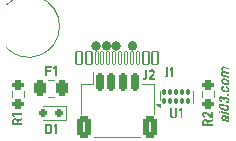
<source format=gto>
%TF.GenerationSoftware,KiCad,Pcbnew,9.0.6*%
%TF.CreationDate,2025-12-29T07:21:27+09:00*%
%TF.ProjectId,muon,6d756f6e-2e6b-4696-9361-645f70636258,rev?*%
%TF.SameCoordinates,Original*%
%TF.FileFunction,Legend,Top*%
%TF.FilePolarity,Positive*%
%FSLAX46Y46*%
G04 Gerber Fmt 4.6, Leading zero omitted, Abs format (unit mm)*
G04 Created by KiCad (PCBNEW 9.0.6) date 2025-12-29 07:21:27*
%MOMM*%
%LPD*%
G01*
G04 APERTURE LIST*
G04 Aperture macros list*
%AMRoundRect*
0 Rectangle with rounded corners*
0 $1 Rounding radius*
0 $2 $3 $4 $5 $6 $7 $8 $9 X,Y pos of 4 corners*
0 Add a 4 corners polygon primitive as box body*
4,1,4,$2,$3,$4,$5,$6,$7,$8,$9,$2,$3,0*
0 Add four circle primitives for the rounded corners*
1,1,$1+$1,$2,$3*
1,1,$1+$1,$4,$5*
1,1,$1+$1,$6,$7*
1,1,$1+$1,$8,$9*
0 Add four rect primitives between the rounded corners*
20,1,$1+$1,$2,$3,$4,$5,0*
20,1,$1+$1,$4,$5,$6,$7,0*
20,1,$1+$1,$6,$7,$8,$9,0*
20,1,$1+$1,$8,$9,$2,$3,0*%
G04 Aperture macros list end*
%ADD10C,0.400000*%
%ADD11C,0.100000*%
%ADD12C,0.200000*%
%ADD13C,0.180000*%
%ADD14C,0.120000*%
%ADD15C,2.625000*%
%ADD16RoundRect,0.150000X-0.150000X-0.200000X0.150000X-0.200000X0.150000X0.200000X-0.150000X0.200000X0*%
%ADD17RoundRect,0.200000X-0.275000X0.200000X-0.275000X-0.200000X0.275000X-0.200000X0.275000X0.200000X0*%
%ADD18C,2.700000*%
%ADD19RoundRect,0.243750X0.243750X0.456250X-0.243750X0.456250X-0.243750X-0.456250X0.243750X-0.456250X0*%
%ADD20RoundRect,0.075000X-0.075000X-0.200000X0.075000X-0.200000X0.075000X0.200000X-0.075000X0.200000X0*%
%ADD21C,0.600000*%
%ADD22RoundRect,0.050000X0.250000X0.525000X-0.250000X0.525000X-0.250000X-0.525000X0.250000X-0.525000X0*%
%ADD23RoundRect,0.050000X0.100000X0.525000X-0.100000X0.525000X-0.100000X-0.525000X0.100000X-0.525000X0*%
%ADD24O,1.000000X2.100000*%
%ADD25O,1.000000X1.800000*%
%ADD26RoundRect,0.150000X-0.150000X-0.575000X0.150000X-0.575000X0.150000X0.575000X-0.150000X0.575000X0*%
%ADD27RoundRect,0.250000X-0.350000X-0.650000X0.350000X-0.650000X0.350000X0.650000X-0.350000X0.650000X0*%
G04 APERTURE END LIST*
D10*
X72400000Y-54900000D02*
G75*
G02*
X72000000Y-54900000I-200000J0D01*
G01*
X72000000Y-54900000D02*
G75*
G02*
X72400000Y-54900000I200000J0D01*
G01*
D11*
X64600000Y-51450000D02*
G75*
G02*
X64600001Y-55050001I1900000J-1800000D01*
G01*
D10*
X73300000Y-54900000D02*
G75*
G02*
X72900000Y-54900000I-200000J0D01*
G01*
X72900000Y-54900000D02*
G75*
G02*
X73300000Y-54900000I200000J0D01*
G01*
X75500000Y-54900000D02*
G75*
G02*
X75100000Y-54900000I-200000J0D01*
G01*
X75100000Y-54900000D02*
G75*
G02*
X75500000Y-54900000I200000J0D01*
G01*
X74100000Y-54900000D02*
G75*
G02*
X73700000Y-54900000I-200000J0D01*
G01*
X73700000Y-54900000D02*
G75*
G02*
X74100000Y-54900000I200000J0D01*
G01*
D12*
G36*
X83007299Y-60780758D02*
G01*
X83042875Y-60786379D01*
X83473500Y-60875900D01*
X83473500Y-61023948D01*
X83416951Y-61012188D01*
X83441511Y-61043993D01*
X83466136Y-61088575D01*
X83473902Y-61113061D01*
X83479162Y-61143198D01*
X83480918Y-61177107D01*
X83480711Y-61189051D01*
X83472765Y-61245026D01*
X83454721Y-61287160D01*
X83441983Y-61304209D01*
X83426788Y-61318670D01*
X83409402Y-61330334D01*
X83389982Y-61339051D01*
X83366690Y-61345173D01*
X83341077Y-61347852D01*
X83310230Y-61346826D01*
X83276652Y-61341641D01*
X83225249Y-61325356D01*
X83200590Y-61312512D01*
X83178041Y-61296813D01*
X83156770Y-61277456D01*
X83137617Y-61254978D01*
X83114069Y-61216188D01*
X83102590Y-61187698D01*
X83094341Y-61157068D01*
X83088944Y-61121361D01*
X83087168Y-61083189D01*
X83087168Y-61080167D01*
X83194220Y-61080167D01*
X83198097Y-61119013D01*
X83211969Y-61153633D01*
X83222639Y-61167052D01*
X83235837Y-61177952D01*
X83252916Y-61186866D01*
X83272970Y-61192824D01*
X83307560Y-61194577D01*
X83331698Y-61184542D01*
X83341288Y-61174401D01*
X83348427Y-61160943D01*
X83353651Y-61140856D01*
X83355402Y-61116162D01*
X83354993Y-61102467D01*
X83346151Y-61057119D01*
X83327100Y-61023564D01*
X83312490Y-61009515D01*
X83294492Y-60997785D01*
X83269737Y-60987044D01*
X83240986Y-60979215D01*
X83194220Y-60969488D01*
X83194220Y-61080167D01*
X83087168Y-61080167D01*
X83087168Y-60947232D01*
X83035456Y-60936515D01*
X83017635Y-60933610D01*
X82980581Y-60934817D01*
X82955128Y-60946990D01*
X82945239Y-60957915D01*
X82937933Y-60971927D01*
X82932639Y-60992334D01*
X82930877Y-61017024D01*
X82935940Y-61055328D01*
X82953024Y-61090224D01*
X82976382Y-61113184D01*
X82992465Y-61121916D01*
X83010891Y-61127538D01*
X83014573Y-61128307D01*
X83014573Y-61270365D01*
X83009627Y-61269321D01*
X83007235Y-61268812D01*
X82952038Y-61250021D01*
X82927431Y-61236176D01*
X82904873Y-61219413D01*
X82883580Y-61198932D01*
X82864437Y-61175348D01*
X82837068Y-61127381D01*
X82825594Y-61096806D01*
X82817284Y-61064198D01*
X82812058Y-61028437D01*
X82810307Y-60990756D01*
X82811278Y-60960471D01*
X82821364Y-60898106D01*
X82840841Y-60851404D01*
X82869383Y-60816494D01*
X82881232Y-60807037D01*
X82900457Y-60795632D01*
X82921883Y-60787190D01*
X82947014Y-60781518D01*
X82974617Y-60779271D01*
X83007299Y-60780758D01*
G37*
G36*
X82818935Y-60588378D02*
G01*
X83473500Y-60724445D01*
X83473500Y-60572826D01*
X82818935Y-60436758D01*
X82818935Y-60588378D01*
G37*
G36*
X82603568Y-60546008D02*
G01*
X82729084Y-60572111D01*
X82729084Y-60416864D01*
X82603568Y-60390761D01*
X82603568Y-60546008D01*
G37*
G36*
X82834593Y-59793903D02*
G01*
X82880429Y-59801647D01*
X83188065Y-59865614D01*
X83213993Y-59871514D01*
X83295800Y-59898337D01*
X83360907Y-59932866D01*
X83412005Y-59974699D01*
X83429593Y-59994637D01*
X83446473Y-60018893D01*
X83460399Y-60045188D01*
X83471782Y-60074744D01*
X83480004Y-60106513D01*
X83485310Y-60142826D01*
X83487073Y-60181658D01*
X83482833Y-60239030D01*
X83468395Y-60290780D01*
X83444997Y-60329334D01*
X83429703Y-60344691D01*
X83412005Y-60357403D01*
X83399651Y-60364169D01*
X83375251Y-60374027D01*
X83347979Y-60380897D01*
X83315275Y-60384907D01*
X83279123Y-60385325D01*
X83235711Y-60381621D01*
X83188065Y-60373505D01*
X82880429Y-60309538D01*
X82849472Y-60302295D01*
X82772971Y-60275768D01*
X82711851Y-60241372D01*
X82663853Y-60199464D01*
X82648481Y-60181242D01*
X82631152Y-60155950D01*
X82616861Y-60128869D01*
X82605376Y-60099258D01*
X82597081Y-60067727D01*
X82591807Y-60032545D01*
X82591469Y-60025367D01*
X82735239Y-60025367D01*
X82736903Y-60046314D01*
X82749108Y-60079990D01*
X82759820Y-60093951D01*
X82773377Y-60105546D01*
X82814810Y-60126666D01*
X82854525Y-60139914D01*
X82903840Y-60151928D01*
X83173282Y-60207927D01*
X83197135Y-60212578D01*
X83266583Y-60220374D01*
X83304954Y-60216060D01*
X83320059Y-60208991D01*
X83329991Y-60200102D01*
X83337354Y-60188510D01*
X83342554Y-60172012D01*
X83344301Y-60151983D01*
X83342723Y-60131633D01*
X83330531Y-60097702D01*
X83319342Y-60082972D01*
X83304954Y-60070375D01*
X83269141Y-60051210D01*
X83226852Y-60036768D01*
X83173282Y-60023774D01*
X82903840Y-59967775D01*
X82877065Y-59962604D01*
X82809561Y-59955369D01*
X82773377Y-59959862D01*
X82759095Y-59966944D01*
X82749364Y-59976001D01*
X82742098Y-59987872D01*
X82736976Y-60004733D01*
X82735239Y-60025367D01*
X82591469Y-60025367D01*
X82590049Y-59995197D01*
X82593964Y-59939802D01*
X82608152Y-59887059D01*
X82631314Y-59847751D01*
X82646410Y-59832125D01*
X82663853Y-59819178D01*
X82675580Y-59812541D01*
X82699435Y-59802487D01*
X82726048Y-59795410D01*
X82757764Y-59791184D01*
X82792765Y-59790517D01*
X82834593Y-59793903D01*
G37*
G36*
X83429206Y-59718885D02*
G01*
X83457465Y-59683348D01*
X83476557Y-59636299D01*
X83486241Y-59573771D01*
X83487073Y-59545613D01*
X83485296Y-59510650D01*
X83479892Y-59476459D01*
X83471236Y-59444655D01*
X83459069Y-59413847D01*
X83456299Y-59408007D01*
X83439885Y-59378480D01*
X83420711Y-59351492D01*
X83374962Y-59305546D01*
X83368921Y-59300736D01*
X83341978Y-59282080D01*
X83313046Y-59266368D01*
X83248916Y-59243660D01*
X83234831Y-59240450D01*
X83211421Y-59235614D01*
X83176299Y-59230070D01*
X83144133Y-59228722D01*
X83117094Y-59231115D01*
X83092172Y-59236924D01*
X83087168Y-59238582D01*
X83066011Y-59247889D01*
X83047354Y-59260166D01*
X83032197Y-59274459D01*
X83019365Y-59291523D01*
X83010891Y-59307055D01*
X82980222Y-59258499D01*
X82939505Y-59218743D01*
X82913695Y-59200902D01*
X82885957Y-59186425D01*
X82838609Y-59171262D01*
X82820144Y-59167416D01*
X82787266Y-59162368D01*
X82756671Y-59161294D01*
X82729835Y-59163840D01*
X82704986Y-59169761D01*
X82682737Y-59178660D01*
X82662317Y-59190585D01*
X82652807Y-59197641D01*
X82636384Y-59213033D01*
X82622446Y-59230921D01*
X82601858Y-59274639D01*
X82591179Y-59331373D01*
X82590049Y-59360306D01*
X82591801Y-59397417D01*
X82597036Y-59432585D01*
X82605360Y-59464663D01*
X82616866Y-59494856D01*
X82631204Y-59522596D01*
X82648539Y-59548456D01*
X82651598Y-59552428D01*
X82671518Y-59575038D01*
X82693835Y-59595068D01*
X82745698Y-59627472D01*
X82808184Y-59649752D01*
X82822617Y-59653050D01*
X82843500Y-59657391D01*
X82843500Y-59509343D01*
X82822617Y-59505002D01*
X82801086Y-59498755D01*
X82781925Y-59489541D01*
X82754913Y-59466809D01*
X82743892Y-59450972D01*
X82736052Y-59433191D01*
X82730348Y-59395532D01*
X82732130Y-59375207D01*
X82737571Y-59357881D01*
X82745208Y-59345697D01*
X82755697Y-59336093D01*
X82757386Y-59334972D01*
X82771526Y-59328041D01*
X82787826Y-59324078D01*
X82828277Y-59325690D01*
X82832454Y-59326509D01*
X82850918Y-59330356D01*
X82874361Y-59336967D01*
X82895068Y-59346381D01*
X82912848Y-59358238D01*
X82927919Y-59372403D01*
X82928404Y-59372946D01*
X82939734Y-59388249D01*
X82947945Y-59405260D01*
X82955398Y-59444963D01*
X82955497Y-59450707D01*
X82955497Y-59492857D01*
X83095796Y-59522038D01*
X83095796Y-59478734D01*
X83097555Y-59454334D01*
X83102830Y-59433887D01*
X83110304Y-59419133D01*
X83120452Y-59407112D01*
X83125307Y-59403006D01*
X83152870Y-59390557D01*
X83191951Y-59389021D01*
X83212685Y-59392290D01*
X83234831Y-59396906D01*
X83260954Y-59404138D01*
X83284189Y-59414483D01*
X83302051Y-59426230D01*
X83317263Y-59440485D01*
X83330470Y-59458037D01*
X83340163Y-59477156D01*
X83345818Y-59496336D01*
X83348016Y-59516796D01*
X83348038Y-59519125D01*
X83346254Y-59544176D01*
X83340799Y-59564636D01*
X83324627Y-59587654D01*
X83312724Y-59595381D01*
X83298732Y-59600069D01*
X83263615Y-59600099D01*
X83255714Y-59598645D01*
X83236040Y-59594578D01*
X83236040Y-59744989D01*
X83263133Y-59750594D01*
X83297367Y-59755914D01*
X83328959Y-59757059D01*
X83355283Y-59754466D01*
X83379436Y-59748397D01*
X83400079Y-59739544D01*
X83418814Y-59727603D01*
X83429206Y-59718885D01*
G37*
G36*
X83295117Y-59130816D02*
G01*
X83473500Y-59167910D01*
X83473500Y-58997056D01*
X83295117Y-58959962D01*
X83295117Y-59130816D01*
G37*
G36*
X83414478Y-58807518D02*
G01*
X83431808Y-58790429D01*
X83446524Y-58770909D01*
X83468071Y-58724559D01*
X83479453Y-58665543D01*
X83480918Y-58631113D01*
X83479160Y-58592396D01*
X83473886Y-58555946D01*
X83465603Y-58523328D01*
X83454137Y-58492705D01*
X83439905Y-58464758D01*
X83422653Y-58438653D01*
X83418160Y-58432782D01*
X83397126Y-58408855D01*
X83373936Y-58387941D01*
X83322289Y-58355678D01*
X83260685Y-58334063D01*
X83248350Y-58331281D01*
X83239722Y-58329522D01*
X83239722Y-58475097D01*
X83247141Y-58476636D01*
X83268570Y-58482860D01*
X83287146Y-58491972D01*
X83316324Y-58517730D01*
X83317263Y-58518896D01*
X83328219Y-58535516D01*
X83336174Y-58554022D01*
X83343069Y-58597176D01*
X83343092Y-58600064D01*
X83341348Y-58622685D01*
X83336171Y-58642192D01*
X83328566Y-58657154D01*
X83318264Y-58669440D01*
X83311109Y-58675297D01*
X83283451Y-58686314D01*
X83239843Y-58687488D01*
X83205266Y-58682111D01*
X83087168Y-58657546D01*
X83054710Y-58649014D01*
X83026544Y-58637797D01*
X83004741Y-58625322D01*
X82986514Y-58610673D01*
X82972763Y-58595072D01*
X82962156Y-58577610D01*
X82950554Y-58537984D01*
X82949342Y-58518182D01*
X82951066Y-58496049D01*
X82956095Y-58477189D01*
X82963578Y-58462508D01*
X82973581Y-58450593D01*
X82976435Y-58448059D01*
X83002943Y-58434888D01*
X83038385Y-58433615D01*
X83049030Y-58435420D01*
X83056394Y-58436959D01*
X83056394Y-58291384D01*
X83044084Y-58288801D01*
X83009074Y-58283341D01*
X82976588Y-58282031D01*
X82949323Y-58284480D01*
X82924247Y-58290429D01*
X82902900Y-58299153D01*
X82883536Y-58310976D01*
X82873065Y-58319411D01*
X82856528Y-58336482D01*
X82842403Y-58356212D01*
X82821670Y-58403758D01*
X82811221Y-58464593D01*
X82810307Y-58491693D01*
X82812056Y-58529027D01*
X82817264Y-58564427D01*
X82825608Y-58597086D01*
X82837125Y-58627991D01*
X82869313Y-58684487D01*
X82877956Y-58695960D01*
X82920006Y-58737947D01*
X82974356Y-58772078D01*
X83043630Y-58798590D01*
X83084695Y-58808727D01*
X83206530Y-58834061D01*
X83250034Y-58841314D01*
X83289818Y-58844172D01*
X83322283Y-58842962D01*
X83351656Y-58838152D01*
X83375627Y-58830634D01*
X83396969Y-58820094D01*
X83414478Y-58807518D01*
G37*
G36*
X83041261Y-57648265D02*
G01*
X83084695Y-57655504D01*
X83206530Y-57680838D01*
X83246188Y-57690567D01*
X83316858Y-57717253D01*
X83372233Y-57751409D01*
X83414478Y-57792670D01*
X83421962Y-57802368D01*
X83439468Y-57829070D01*
X83453898Y-57857565D01*
X83465512Y-57888628D01*
X83473884Y-57921473D01*
X83479160Y-57957528D01*
X83480918Y-57995398D01*
X83479453Y-58029828D01*
X83468071Y-58088844D01*
X83446524Y-58135194D01*
X83431808Y-58154714D01*
X83414478Y-58171802D01*
X83396969Y-58184379D01*
X83375627Y-58194918D01*
X83351656Y-58202437D01*
X83322283Y-58207246D01*
X83289818Y-58208456D01*
X83250034Y-58205598D01*
X83206530Y-58198346D01*
X83084695Y-58173011D01*
X83043630Y-58162874D01*
X82974356Y-58136363D01*
X82920006Y-58102232D01*
X82877956Y-58060244D01*
X82869313Y-58048771D01*
X82837125Y-57992276D01*
X82825608Y-57961371D01*
X82817264Y-57928711D01*
X82812056Y-57893312D01*
X82811661Y-57884884D01*
X82949342Y-57884884D01*
X82950359Y-57902778D01*
X82961527Y-57941995D01*
X82971961Y-57959315D01*
X82985566Y-57974788D01*
X83003781Y-57989408D01*
X83025643Y-58001872D01*
X83054184Y-58013187D01*
X83087168Y-58021831D01*
X83205266Y-58046396D01*
X83250907Y-58052255D01*
X83291044Y-58047994D01*
X83318334Y-58033724D01*
X83328558Y-58022407D01*
X83336086Y-58008407D01*
X83341337Y-57989312D01*
X83343092Y-57966767D01*
X83342257Y-57950796D01*
X83331527Y-57911995D01*
X83321266Y-57894812D01*
X83307803Y-57879454D01*
X83289600Y-57864852D01*
X83267676Y-57852384D01*
X83238768Y-57840957D01*
X83205266Y-57832183D01*
X83087168Y-57807618D01*
X83042157Y-57801698D01*
X83001502Y-57805572D01*
X82974088Y-57819395D01*
X82963872Y-57830403D01*
X82956349Y-57844064D01*
X82951097Y-57862758D01*
X82949342Y-57884884D01*
X82811661Y-57884884D01*
X82810307Y-57855978D01*
X82811959Y-57820764D01*
X82823906Y-57762497D01*
X82846028Y-57716577D01*
X82860768Y-57697573D01*
X82877956Y-57681112D01*
X82894656Y-57669367D01*
X82916041Y-57658883D01*
X82940060Y-57651388D01*
X82969303Y-57646619D01*
X83001687Y-57645420D01*
X83041261Y-57648265D01*
G37*
G36*
X82818935Y-57465086D02*
G01*
X83473500Y-57601153D01*
X83473500Y-57448270D01*
X83065022Y-57363365D01*
X83038969Y-57356140D01*
X83016144Y-57345990D01*
X82997927Y-57334009D01*
X82982465Y-57319523D01*
X82980117Y-57316818D01*
X82966486Y-57297886D01*
X82956644Y-57277616D01*
X82951228Y-57258064D01*
X82949343Y-57237332D01*
X82949342Y-57237024D01*
X82951101Y-57216422D01*
X82956376Y-57198718D01*
X82964097Y-57185302D01*
X82974645Y-57174201D01*
X82978853Y-57170968D01*
X83008277Y-57158868D01*
X83048983Y-57158446D01*
X83065022Y-57161187D01*
X83473500Y-57246091D01*
X83473500Y-57093263D01*
X83061340Y-57007588D01*
X83037687Y-57000887D01*
X83016322Y-56991195D01*
X82980899Y-56963797D01*
X82980117Y-56962965D01*
X82967595Y-56947006D01*
X82958396Y-56929610D01*
X82949608Y-56890741D01*
X82949342Y-56881962D01*
X82951101Y-56861353D01*
X82956376Y-56843643D01*
X82964089Y-56830246D01*
X82974625Y-56819189D01*
X82978853Y-56815962D01*
X83008277Y-56803861D01*
X83048983Y-56803439D01*
X83065022Y-56806180D01*
X83473500Y-56891085D01*
X83473500Y-56738201D01*
X83046557Y-56649449D01*
X83009519Y-56643535D01*
X82975280Y-56641800D01*
X82946497Y-56643873D01*
X82920108Y-56649446D01*
X82897684Y-56657803D01*
X82877390Y-56669217D01*
X82874274Y-56671376D01*
X82856623Y-56686151D01*
X82841736Y-56703398D01*
X82821016Y-56743966D01*
X82811054Y-56795808D01*
X82810307Y-56816951D01*
X82812058Y-56847365D01*
X82817282Y-56877262D01*
X82838166Y-56935700D01*
X82873643Y-56992778D01*
X82892739Y-57015832D01*
X82872273Y-57027630D01*
X82854657Y-57041950D01*
X82840429Y-57058086D01*
X82828905Y-57076507D01*
X82814038Y-57120429D01*
X82810307Y-57162341D01*
X82817341Y-57215955D01*
X82828772Y-57249279D01*
X82843586Y-57279579D01*
X82861614Y-57307758D01*
X82877956Y-57328139D01*
X82818935Y-57315884D01*
X82818935Y-57465086D01*
G37*
D13*
G36*
X68240688Y-61506977D02*
G01*
X68307800Y-61521849D01*
X68364461Y-61547709D01*
X68389550Y-61564848D01*
X68412475Y-61584790D01*
X68441964Y-61620582D01*
X68457386Y-61647314D01*
X68470251Y-61677215D01*
X68481159Y-61712714D01*
X68489112Y-61751901D01*
X68494361Y-61798427D01*
X68496116Y-61849342D01*
X68496116Y-62026516D01*
X68496076Y-62034433D01*
X68489127Y-62123924D01*
X68471822Y-62194421D01*
X68445715Y-62249603D01*
X68411211Y-62292331D01*
X68382427Y-62316198D01*
X68355834Y-62332962D01*
X68326984Y-62346831D01*
X68294505Y-62358225D01*
X68259683Y-62366464D01*
X68220427Y-62371741D01*
X68178698Y-62373500D01*
X67877217Y-62373500D01*
X67877217Y-62229573D01*
X68043344Y-62229573D01*
X68182380Y-62229573D01*
X68227884Y-62224175D01*
X68265401Y-62207818D01*
X68280955Y-62195489D01*
X68294322Y-62180334D01*
X68306225Y-62160994D01*
X68316603Y-62135865D01*
X68324218Y-62106589D01*
X68329493Y-62068581D01*
X68331252Y-62025307D01*
X68331252Y-61857970D01*
X68327642Y-61794811D01*
X68314660Y-61737332D01*
X68294322Y-61697997D01*
X68270046Y-61673331D01*
X68252557Y-61662462D01*
X68232787Y-61654525D01*
X68208944Y-61649300D01*
X68182380Y-61647549D01*
X68043344Y-61647549D01*
X68043344Y-62229573D01*
X67877217Y-62229573D01*
X67877217Y-61503568D01*
X68183589Y-61503568D01*
X68240688Y-61506977D01*
G37*
G36*
X68750611Y-61686951D02*
G01*
X68750611Y-62373500D01*
X68915530Y-62373500D01*
X68915530Y-61503568D01*
X68750611Y-61503568D01*
X68604212Y-61614301D01*
X68604212Y-61792739D01*
X68750611Y-61686951D01*
G37*
G36*
X82073500Y-61259752D02*
G01*
X81720361Y-61424616D01*
X81720361Y-61547660D01*
X82073500Y-61547660D01*
X82073500Y-61713787D01*
X81203568Y-61713787D01*
X81203568Y-61391423D01*
X81347549Y-61391423D01*
X81347549Y-61547660D01*
X81583799Y-61547660D01*
X81583799Y-61391423D01*
X81582821Y-61371422D01*
X81572827Y-61331088D01*
X81553024Y-61301573D01*
X81545841Y-61295091D01*
X81529637Y-61284368D01*
X81510901Y-61276495D01*
X81488323Y-61271332D01*
X81463228Y-61269589D01*
X81449225Y-61270196D01*
X81411065Y-61279962D01*
X81394323Y-61289782D01*
X81379532Y-61302837D01*
X81373123Y-61310217D01*
X81362356Y-61326434D01*
X81354455Y-61344715D01*
X81349291Y-61366645D01*
X81347549Y-61391423D01*
X81203568Y-61391423D01*
X81203568Y-61382796D01*
X81204865Y-61349123D01*
X81216512Y-61282963D01*
X81239429Y-61227160D01*
X81255162Y-61202426D01*
X81273745Y-61179793D01*
X81291701Y-61162357D01*
X81313881Y-61145374D01*
X81337977Y-61131376D01*
X81364963Y-61120007D01*
X81394044Y-61111795D01*
X81427417Y-61106488D01*
X81463228Y-61104725D01*
X81504822Y-61107140D01*
X81561591Y-61120276D01*
X81608418Y-61144073D01*
X81630743Y-61161565D01*
X81650574Y-61181567D01*
X81667983Y-61204171D01*
X81683223Y-61229992D01*
X81695796Y-61258543D01*
X82073500Y-61069005D01*
X82073500Y-61259752D01*
G37*
G36*
X81943092Y-60972010D02*
G01*
X82073500Y-60972010D01*
X82073500Y-60467526D01*
X81928309Y-60467526D01*
X81928309Y-60764061D01*
X81647766Y-60547540D01*
X81613467Y-60522979D01*
X81579452Y-60502834D01*
X81549342Y-60488464D01*
X81520014Y-60478025D01*
X81489171Y-60471057D01*
X81444763Y-60467526D01*
X81423826Y-60467526D01*
X81392964Y-60469303D01*
X81363408Y-60474707D01*
X81336712Y-60483238D01*
X81311196Y-60495194D01*
X81305728Y-60498301D01*
X81283097Y-60513588D01*
X81262885Y-60531437D01*
X81228534Y-60575647D01*
X81222032Y-60586888D01*
X81209416Y-60613617D01*
X81199874Y-60642223D01*
X81190380Y-60704818D01*
X81190049Y-60719768D01*
X81191777Y-60754589D01*
X81196837Y-60787575D01*
X81205055Y-60818480D01*
X81216241Y-60847011D01*
X81220823Y-60856385D01*
X81235988Y-60881919D01*
X81253718Y-60904580D01*
X81273033Y-60923464D01*
X81294826Y-60939760D01*
X81303255Y-60944972D01*
X81353487Y-60966327D01*
X81410867Y-60975416D01*
X81425090Y-60975747D01*
X81454600Y-60975747D01*
X81454600Y-60815774D01*
X81434927Y-60815774D01*
X81410439Y-60814037D01*
X81388971Y-60808919D01*
X81371910Y-60801354D01*
X81357386Y-60791154D01*
X81345800Y-60778776D01*
X81337512Y-60764497D01*
X81330434Y-60730748D01*
X81330348Y-60725923D01*
X81332108Y-60704984D01*
X81337398Y-60686570D01*
X81345301Y-60671988D01*
X81356154Y-60659504D01*
X81356177Y-60659483D01*
X81385488Y-60641846D01*
X81425337Y-60634899D01*
X81428772Y-60634863D01*
X81445972Y-60634863D01*
X81490871Y-60641900D01*
X81540213Y-60664365D01*
X81567807Y-60682893D01*
X81943092Y-60972010D01*
G37*
G36*
X65973500Y-61168747D02*
G01*
X65620361Y-61333611D01*
X65620361Y-61456655D01*
X65973500Y-61456655D01*
X65973500Y-61622782D01*
X65103568Y-61622782D01*
X65103568Y-61300418D01*
X65247549Y-61300418D01*
X65247549Y-61456655D01*
X65483799Y-61456655D01*
X65483799Y-61300418D01*
X65482821Y-61280417D01*
X65472827Y-61240083D01*
X65453024Y-61210568D01*
X65445841Y-61204086D01*
X65429637Y-61193363D01*
X65410901Y-61185490D01*
X65388323Y-61180327D01*
X65363228Y-61178584D01*
X65349225Y-61179191D01*
X65311065Y-61188957D01*
X65294323Y-61198777D01*
X65279532Y-61211832D01*
X65273123Y-61219212D01*
X65262356Y-61235429D01*
X65254455Y-61253710D01*
X65249291Y-61275640D01*
X65247549Y-61300418D01*
X65103568Y-61300418D01*
X65103568Y-61291791D01*
X65104865Y-61258118D01*
X65116512Y-61191958D01*
X65139429Y-61136155D01*
X65155162Y-61111421D01*
X65173745Y-61088788D01*
X65191701Y-61071352D01*
X65213881Y-61054369D01*
X65237977Y-61040371D01*
X65264963Y-61029002D01*
X65294044Y-61020790D01*
X65327417Y-61015483D01*
X65363228Y-61013720D01*
X65404822Y-61016135D01*
X65461591Y-61029271D01*
X65508418Y-61053068D01*
X65530743Y-61070560D01*
X65550574Y-61090562D01*
X65567983Y-61113166D01*
X65583223Y-61138987D01*
X65595796Y-61167538D01*
X65973500Y-60978000D01*
X65973500Y-61168747D01*
G37*
G36*
X65286951Y-60749388D02*
G01*
X65973500Y-60749388D01*
X65973500Y-60584469D01*
X65103568Y-60584469D01*
X65103568Y-60749388D01*
X65214301Y-60895787D01*
X65392739Y-60895787D01*
X65286951Y-60749388D01*
G37*
D12*
G36*
X68089506Y-56747549D02*
G01*
X68475838Y-56747549D01*
X68475838Y-56603568D01*
X67923379Y-56603568D01*
X67923379Y-57473500D01*
X68089506Y-57473500D01*
X68089506Y-57114206D01*
X68420498Y-57114206D01*
X68420498Y-56970280D01*
X68089506Y-56970280D01*
X68089506Y-56747549D01*
G37*
G36*
X68704449Y-56786951D02*
G01*
X68704449Y-57473500D01*
X68869368Y-57473500D01*
X68869368Y-56603568D01*
X68704449Y-56603568D01*
X68558050Y-56714301D01*
X68558050Y-56892739D01*
X68704449Y-56786951D01*
G37*
D13*
G36*
X78621418Y-60993989D02*
G01*
X78653030Y-61008197D01*
X78685881Y-61018972D01*
X78754393Y-61030107D01*
X78780182Y-61030918D01*
X78818137Y-61029160D01*
X78854604Y-61023884D01*
X78888417Y-61015427D01*
X78920695Y-61003673D01*
X78941364Y-60993989D01*
X78969634Y-60977499D01*
X78995149Y-60958438D01*
X79017285Y-60937472D01*
X79036950Y-60913978D01*
X79053306Y-60889410D01*
X79068155Y-60860991D01*
X79079636Y-60831294D01*
X79092425Y-60768705D01*
X79093918Y-60736801D01*
X79093918Y-60153568D01*
X78927845Y-60153568D01*
X78927845Y-60730701D01*
X78926060Y-60761476D01*
X78920605Y-60789294D01*
X78912625Y-60811244D01*
X78901565Y-60830660D01*
X78888442Y-60846326D01*
X78871808Y-60860497D01*
X78853185Y-60871636D01*
X78810441Y-60884730D01*
X78780182Y-60886937D01*
X78753008Y-60885178D01*
X78728406Y-60879899D01*
X78707944Y-60871884D01*
X78689675Y-60860856D01*
X78673130Y-60846326D01*
X78650543Y-60812674D01*
X78637649Y-60767971D01*
X78634991Y-60730701D01*
X78634991Y-60153568D01*
X78468864Y-60153568D01*
X78468864Y-60736801D01*
X78470623Y-60771372D01*
X78475902Y-60804409D01*
X78484367Y-60834992D01*
X78496135Y-60864265D01*
X78509475Y-60889410D01*
X78527226Y-60915835D01*
X78547494Y-60939574D01*
X78594652Y-60978487D01*
X78621418Y-60993989D01*
G37*
G36*
X79358964Y-60336951D02*
G01*
X79358964Y-61023500D01*
X79523883Y-61023500D01*
X79523883Y-60153568D01*
X79358964Y-60153568D01*
X79212565Y-60264301D01*
X79212565Y-60442739D01*
X79358964Y-60336951D01*
G37*
D12*
G36*
X78003832Y-57428309D02*
G01*
X78003832Y-57573500D01*
X78109675Y-57573500D01*
X78143036Y-57571741D01*
X78173578Y-57566463D01*
X78199328Y-57558428D01*
X78222585Y-57547367D01*
X78256074Y-57521842D01*
X78271390Y-57504038D01*
X78284025Y-57483937D01*
X78301365Y-57436317D01*
X78307786Y-57374179D01*
X78307786Y-56703568D01*
X78141658Y-56703568D01*
X78141658Y-57347141D01*
X78139853Y-57375106D01*
X78134247Y-57396130D01*
X78125667Y-57409900D01*
X78115690Y-57418243D01*
X78102955Y-57424091D01*
X78071536Y-57428309D01*
X78003832Y-57428309D01*
G37*
G36*
X78580911Y-56886951D02*
G01*
X78580911Y-57573500D01*
X78745830Y-57573500D01*
X78745830Y-56703568D01*
X78580911Y-56703568D01*
X78434512Y-56814301D01*
X78434512Y-56992739D01*
X78580911Y-56886951D01*
G37*
D13*
G36*
X76212827Y-57628309D02*
G01*
X76212827Y-57773500D01*
X76318670Y-57773500D01*
X76352031Y-57771741D01*
X76382573Y-57766463D01*
X76408323Y-57758428D01*
X76431580Y-57747367D01*
X76465069Y-57721842D01*
X76480385Y-57704038D01*
X76493020Y-57683937D01*
X76510360Y-57636317D01*
X76516781Y-57574179D01*
X76516781Y-56903568D01*
X76350653Y-56903568D01*
X76350653Y-57547141D01*
X76348848Y-57575106D01*
X76343242Y-57596130D01*
X76334662Y-57609900D01*
X76324685Y-57618243D01*
X76311950Y-57624091D01*
X76280531Y-57628309D01*
X76212827Y-57628309D01*
G37*
G36*
X76658289Y-57643092D02*
G01*
X76658289Y-57773500D01*
X77162773Y-57773500D01*
X77162773Y-57628309D01*
X76866238Y-57628309D01*
X77082759Y-57347766D01*
X77107320Y-57313467D01*
X77127465Y-57279452D01*
X77141835Y-57249342D01*
X77152274Y-57220014D01*
X77159243Y-57189171D01*
X77162773Y-57144763D01*
X77162773Y-57123826D01*
X77160996Y-57092964D01*
X77155592Y-57063408D01*
X77147061Y-57036712D01*
X77135105Y-57011196D01*
X77131998Y-57005728D01*
X77116711Y-56983097D01*
X77098862Y-56962885D01*
X77054652Y-56928534D01*
X77043412Y-56922032D01*
X77016682Y-56909416D01*
X76988076Y-56899874D01*
X76925481Y-56890380D01*
X76910531Y-56890049D01*
X76875710Y-56891777D01*
X76842724Y-56896837D01*
X76811819Y-56905055D01*
X76783289Y-56916241D01*
X76773914Y-56920823D01*
X76748380Y-56935988D01*
X76725719Y-56953718D01*
X76706835Y-56973033D01*
X76690539Y-56994826D01*
X76685327Y-57003255D01*
X76663972Y-57053487D01*
X76654883Y-57110867D01*
X76654553Y-57125090D01*
X76654553Y-57154600D01*
X76814526Y-57154600D01*
X76814526Y-57134927D01*
X76816262Y-57110439D01*
X76821381Y-57088971D01*
X76828945Y-57071910D01*
X76839145Y-57057386D01*
X76851523Y-57045800D01*
X76865803Y-57037512D01*
X76899551Y-57030434D01*
X76904376Y-57030348D01*
X76925315Y-57032108D01*
X76943729Y-57037398D01*
X76958311Y-57045301D01*
X76970795Y-57056154D01*
X76970817Y-57056177D01*
X76988454Y-57085488D01*
X76995400Y-57125337D01*
X76995436Y-57128772D01*
X76995436Y-57145972D01*
X76988399Y-57190871D01*
X76965934Y-57240213D01*
X76947406Y-57267807D01*
X76658289Y-57643092D01*
G37*
D14*
%TO.C,D1*%
X67700000Y-60000000D02*
X69660000Y-60000000D01*
X67700000Y-61200000D02*
X69660000Y-61200000D01*
X69660000Y-61200000D02*
X69660000Y-60000000D01*
%TO.C,R2*%
X81177500Y-58762742D02*
X81177500Y-59237258D01*
X82222500Y-58762742D02*
X82222500Y-59237258D01*
%TO.C,R1*%
X65077500Y-58762742D02*
X65077500Y-59237258D01*
X66122500Y-58762742D02*
X66122500Y-59237258D01*
%TO.C,F1*%
X68658578Y-57790000D02*
X68141422Y-57790000D01*
X68658578Y-59210000D02*
X68141422Y-59210000D01*
%TO.C,U1*%
X77590000Y-58700000D02*
X77590000Y-59490000D01*
X80410000Y-58700000D02*
X80410000Y-59700000D01*
X77590000Y-60100000D02*
X77310000Y-59820000D01*
X77590000Y-59820000D01*
X77590000Y-60100000D01*
G36*
X77590000Y-60100000D02*
G01*
X77310000Y-59820000D01*
X77590000Y-59820000D01*
X77590000Y-60100000D01*
G37*
%TO.C,J2*%
X70890000Y-58140000D02*
X71940000Y-58140000D01*
X70890000Y-60640000D02*
X70890000Y-58140000D01*
X71940000Y-58140000D02*
X71940000Y-57150000D01*
X72060000Y-62610000D02*
X75940000Y-62610000D01*
X77110000Y-58140000D02*
X76060000Y-58140000D01*
X77110000Y-60640000D02*
X77110000Y-58140000D01*
%TD*%
%LPC*%
D15*
X82812500Y-53250000D02*
G75*
G02*
X80187500Y-53250000I-1312500J0D01*
G01*
X80187500Y-53250000D02*
G75*
G02*
X82812500Y-53250000I1312500J0D01*
G01*
D16*
%TO.C,D1*%
X69100000Y-60600000D03*
X67700000Y-60600000D03*
%TD*%
D17*
%TO.C,R2*%
X81700000Y-58175000D03*
X81700000Y-59825000D03*
%TD*%
%TO.C,R1*%
X65600000Y-58175000D03*
X65600000Y-59825000D03*
%TD*%
D18*
%TO.C,MH1*%
X81500000Y-53250000D03*
%TD*%
%TO.C,MH2*%
X66500000Y-53250000D03*
%TD*%
D19*
%TO.C,F1*%
X69337500Y-58500000D03*
X67462500Y-58500000D03*
%TD*%
D20*
%TO.C,U1*%
X78000000Y-59585000D03*
X78500000Y-59585000D03*
X79000000Y-59585000D03*
X79500000Y-59585000D03*
X80000000Y-59585000D03*
X80000000Y-58815000D03*
X79500000Y-58815000D03*
X79000000Y-58815000D03*
X78500000Y-58815000D03*
X78000000Y-58815000D03*
%TD*%
D21*
%TO.C,J1*%
X76890000Y-54880000D03*
X71110000Y-54880000D03*
D22*
X77200000Y-55950000D03*
X76400000Y-55950000D03*
D23*
X75250000Y-55950000D03*
X74250000Y-55950000D03*
X73750000Y-55950000D03*
X72750000Y-55950000D03*
D22*
X71600000Y-55950000D03*
X70800000Y-55950000D03*
D23*
X72250000Y-55950000D03*
X73250000Y-55950000D03*
X74750000Y-55950000D03*
X75750000Y-55950000D03*
D24*
X78320000Y-55380000D03*
D25*
X78320000Y-51200000D03*
D24*
X69680000Y-55380000D03*
D25*
X69680000Y-51200000D03*
%TD*%
D26*
%TO.C,J2*%
X72500000Y-57975000D03*
X73500000Y-57975000D03*
X74500000Y-57975000D03*
X75500000Y-57975000D03*
D27*
X71200000Y-61800000D03*
X76800000Y-61800000D03*
%TD*%
%LPD*%
M02*

</source>
